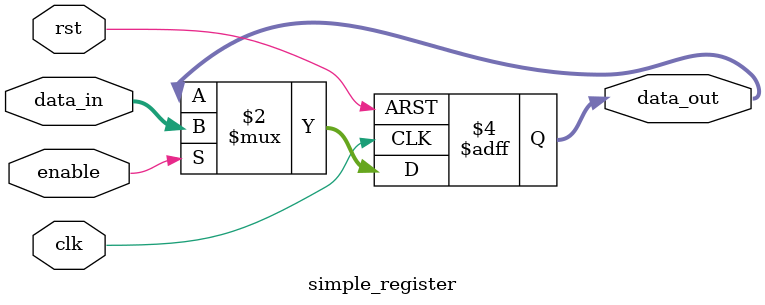
<source format=sv>
`timescale 1ns/1ps
module simple_register (
  input  logic        clk,
  input  logic        rst,
  input  logic        enable,
  input  logic [7:0]  data_in,
  output logic [7:0]  data_out
);
  always_ff @(posedge clk or posedge rst) begin
    if (rst)
      data_out <= 8'b0;
    else if (enable)
      data_out <= data_in;
  end
endmodule

</source>
